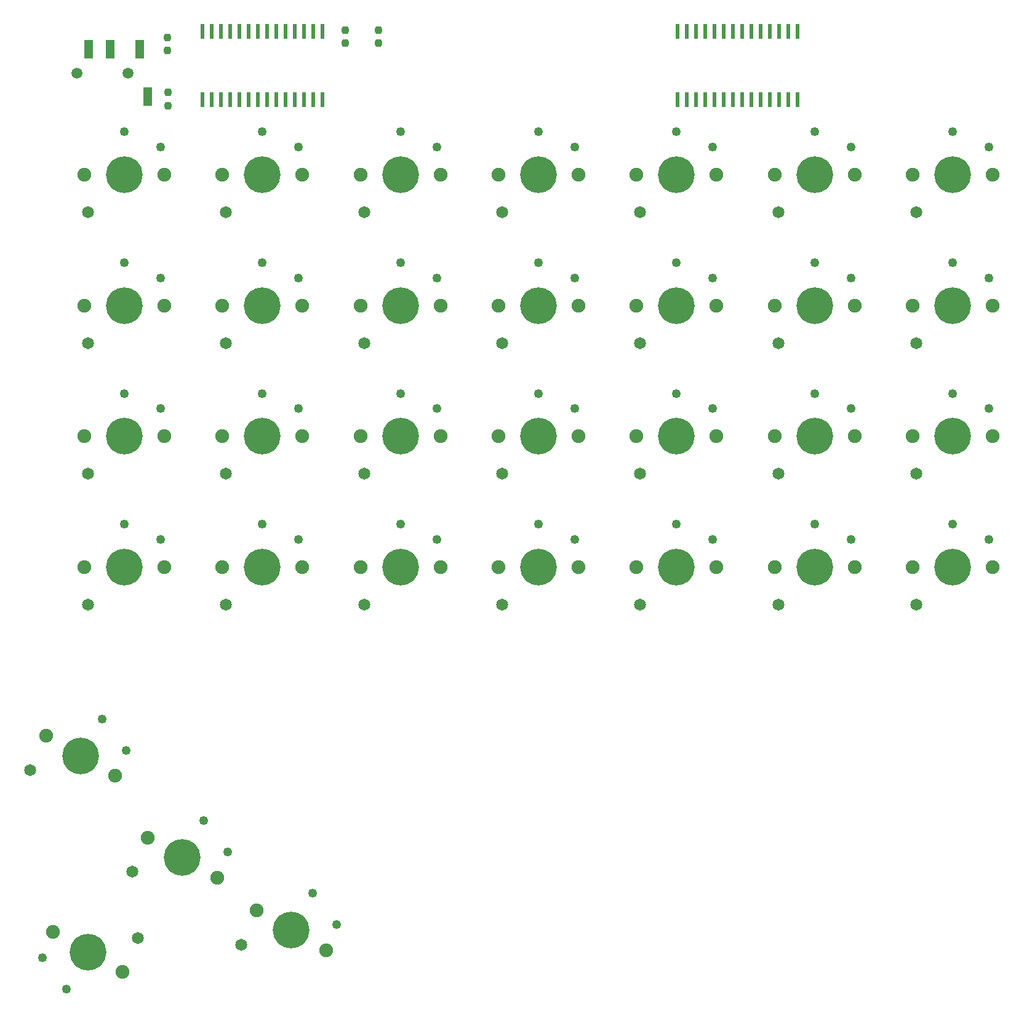
<source format=gbr>
%TF.GenerationSoftware,KiCad,Pcbnew,(6.0.10)*%
%TF.CreationDate,2023-01-22T22:35:48-08:00*%
%TF.ProjectId,keyboard_right,6b657962-6f61-4726-945f-72696768742e,rev?*%
%TF.SameCoordinates,Original*%
%TF.FileFunction,Soldermask,Top*%
%TF.FilePolarity,Negative*%
%FSLAX46Y46*%
G04 Gerber Fmt 4.6, Leading zero omitted, Abs format (unit mm)*
G04 Created by KiCad (PCBNEW (6.0.10)) date 2023-01-22 22:35:48*
%MOMM*%
%LPD*%
G01*
G04 APERTURE LIST*
G04 Aperture macros list*
%AMRoundRect*
0 Rectangle with rounded corners*
0 $1 Rounding radius*
0 $2 $3 $4 $5 $6 $7 $8 $9 X,Y pos of 4 corners*
0 Add a 4 corners polygon primitive as box body*
4,1,4,$2,$3,$4,$5,$6,$7,$8,$9,$2,$3,0*
0 Add four circle primitives for the rounded corners*
1,1,$1+$1,$2,$3*
1,1,$1+$1,$4,$5*
1,1,$1+$1,$6,$7*
1,1,$1+$1,$8,$9*
0 Add four rect primitives between the rounded corners*
20,1,$1+$1,$2,$3,$4,$5,0*
20,1,$1+$1,$4,$5,$6,$7,0*
20,1,$1+$1,$6,$7,$8,$9,0*
20,1,$1+$1,$8,$9,$2,$3,0*%
G04 Aperture macros list end*
%ADD10C,1.900000*%
%ADD11C,1.650000*%
%ADD12C,5.050000*%
%ADD13C,1.250000*%
%ADD14RoundRect,0.237500X-0.237500X0.250000X-0.237500X-0.250000X0.237500X-0.250000X0.237500X0.250000X0*%
%ADD15C,1.500000*%
%ADD16R,1.200000X2.500000*%
%ADD17R,0.600000X2.000000*%
%ADD18RoundRect,0.237500X0.237500X-0.250000X0.237500X0.250000X-0.237500X0.250000X-0.237500X-0.250000X0*%
G04 APERTURE END LIST*
D10*
%TO.C,SW25*%
X83500000Y-55000000D03*
D11*
X84000000Y-60150000D03*
D12*
X89000000Y-55000000D03*
D10*
X94500000Y-55000000D03*
D13*
X94000000Y-51200000D03*
X89000000Y-49100000D03*
%TD*%
%TO.C,SW5*%
X184000000Y-49100000D03*
X189000000Y-51200000D03*
D10*
X178500000Y-55000000D03*
X189500000Y-55000000D03*
D11*
X179000000Y-60150000D03*
D12*
X184000000Y-55000000D03*
%TD*%
D10*
%TO.C,SW12*%
X170500000Y-109000000D03*
D11*
X160000000Y-114150000D03*
D13*
X170000000Y-105200000D03*
D12*
X165000000Y-109000000D03*
D13*
X165000000Y-103100000D03*
D10*
X159500000Y-109000000D03*
%TD*%
D11*
%TO.C,SW6*%
X179000000Y-78150000D03*
D10*
X189500000Y-73000000D03*
D13*
X184000000Y-67100000D03*
D10*
X178500000Y-73000000D03*
D12*
X184000000Y-73000000D03*
D13*
X189000000Y-69200000D03*
%TD*%
%TO.C,SW7*%
X184000000Y-85100000D03*
D10*
X178500000Y-91000000D03*
D12*
X184000000Y-91000000D03*
D13*
X189000000Y-87200000D03*
D10*
X189500000Y-91000000D03*
D11*
X179000000Y-96150000D03*
%TD*%
D12*
%TO.C,SW19*%
X127000000Y-91000000D03*
D13*
X127000000Y-85100000D03*
D10*
X121500000Y-91000000D03*
D11*
X122000000Y-96150000D03*
D10*
X132500000Y-91000000D03*
D13*
X132000000Y-87200000D03*
%TD*%
D14*
%TO.C,R2*%
X94935000Y-36087500D03*
X94935000Y-37912500D03*
%TD*%
D12*
%TO.C,SW3*%
X203000000Y-91000000D03*
D11*
X198000000Y-96150000D03*
D13*
X203000000Y-85100000D03*
D10*
X208500000Y-91000000D03*
X197500000Y-91000000D03*
D13*
X208000000Y-87200000D03*
%TD*%
D11*
%TO.C,SW9*%
X160000000Y-60150000D03*
D10*
X159500000Y-55000000D03*
D13*
X165000000Y-49100000D03*
D10*
X170500000Y-55000000D03*
D12*
X165000000Y-55000000D03*
D13*
X170000000Y-51200000D03*
%TD*%
%TO.C,SW14*%
X151000000Y-69200000D03*
D11*
X141000000Y-78150000D03*
D10*
X140500000Y-73000000D03*
D13*
X146000000Y-67100000D03*
D10*
X151500000Y-73000000D03*
D12*
X146000000Y-73000000D03*
%TD*%
D11*
%TO.C,SW1*%
X198000000Y-60150000D03*
D10*
X208500000Y-55000000D03*
X197500000Y-55000000D03*
D13*
X208000000Y-51200000D03*
D12*
X203000000Y-55000000D03*
D13*
X203000000Y-49100000D03*
%TD*%
%TO.C,SW32*%
X114950000Y-153890450D03*
D10*
X116763140Y-161750000D03*
X107236860Y-156250000D03*
D11*
X105094873Y-160960031D03*
D12*
X112000000Y-159000000D03*
D13*
X118230127Y-158209103D03*
%TD*%
D12*
%TO.C,SW20*%
X127000000Y-109000000D03*
D13*
X132000000Y-105200000D03*
D11*
X122000000Y-114150000D03*
D10*
X132500000Y-109000000D03*
X121500000Y-109000000D03*
D13*
X127000000Y-103100000D03*
%TD*%
D10*
%TO.C,SW29*%
X87763140Y-137750000D03*
D11*
X76094873Y-136960031D03*
D10*
X78236860Y-132250000D03*
D13*
X89230127Y-134209103D03*
D12*
X83000000Y-135000000D03*
D13*
X85950000Y-129890450D03*
%TD*%
%TO.C,SW10*%
X165000000Y-67100000D03*
D11*
X160000000Y-78150000D03*
D13*
X170000000Y-69200000D03*
D10*
X159500000Y-73000000D03*
X170500000Y-73000000D03*
D12*
X165000000Y-73000000D03*
%TD*%
D15*
%TO.C,J1*%
X89495000Y-41000000D03*
X82495000Y-41000000D03*
D16*
X87095000Y-37750000D03*
X84095000Y-37750000D03*
X92195000Y-44250000D03*
X91095000Y-37750000D03*
%TD*%
D13*
%TO.C,SW8*%
X189000000Y-105200000D03*
D11*
X179000000Y-114150000D03*
D13*
X184000000Y-103100000D03*
D10*
X178500000Y-109000000D03*
D12*
X184000000Y-109000000D03*
D10*
X189500000Y-109000000D03*
%TD*%
%TO.C,SW31*%
X101763140Y-151750000D03*
D13*
X103230127Y-148209103D03*
D10*
X92236860Y-146250000D03*
D13*
X99950000Y-143890450D03*
D11*
X90094873Y-150960031D03*
D12*
X97000000Y-149000000D03*
%TD*%
%TO.C,SW15*%
X146000000Y-91000000D03*
D11*
X141000000Y-96150000D03*
D13*
X146000000Y-85100000D03*
D10*
X140500000Y-91000000D03*
X151500000Y-91000000D03*
D13*
X151000000Y-87200000D03*
%TD*%
D10*
%TO.C,SW2*%
X208500000Y-73000000D03*
X197500000Y-73000000D03*
D13*
X203000000Y-67100000D03*
D11*
X198000000Y-78150000D03*
D12*
X203000000Y-73000000D03*
D13*
X208000000Y-69200000D03*
%TD*%
D14*
%TO.C,R3*%
X124000000Y-35087500D03*
X124000000Y-36912500D03*
%TD*%
D17*
%TO.C,U1*%
X165110000Y-44700000D03*
X166380000Y-44700000D03*
X167650000Y-44700000D03*
X168920000Y-44700000D03*
X170190000Y-44700000D03*
X171460000Y-44700000D03*
X172730000Y-44700000D03*
X174000000Y-44700000D03*
X175270000Y-44700000D03*
X176540000Y-44700000D03*
X177810000Y-44700000D03*
X179080000Y-44700000D03*
X180350000Y-44700000D03*
X181620000Y-44700000D03*
X181620000Y-35300000D03*
X180350000Y-35300000D03*
X179080000Y-35300000D03*
X177810000Y-35300000D03*
X176540000Y-35300000D03*
X175270000Y-35300000D03*
X174000000Y-35300000D03*
X172730000Y-35300000D03*
X171460000Y-35300000D03*
X170190000Y-35300000D03*
X168920000Y-35300000D03*
X167650000Y-35300000D03*
X166380000Y-35300000D03*
X165110000Y-35300000D03*
%TD*%
D10*
%TO.C,SW11*%
X159500000Y-91000000D03*
D11*
X160000000Y-96150000D03*
D10*
X170500000Y-91000000D03*
D12*
X165000000Y-91000000D03*
D13*
X165000000Y-85100000D03*
X170000000Y-87200000D03*
%TD*%
D10*
%TO.C,SW30*%
X79236860Y-159250000D03*
D13*
X81050000Y-167109550D03*
X77769873Y-162790897D03*
D12*
X84000000Y-162000000D03*
D11*
X90905127Y-160039969D03*
D10*
X88763140Y-164750000D03*
%TD*%
D14*
%TO.C,R4*%
X119412500Y-35087500D03*
X119412500Y-36912500D03*
%TD*%
D12*
%TO.C,SW22*%
X108000000Y-73000000D03*
D10*
X102500000Y-73000000D03*
D11*
X103000000Y-78150000D03*
D13*
X108000000Y-67100000D03*
D10*
X113500000Y-73000000D03*
D13*
X113000000Y-69200000D03*
%TD*%
D10*
%TO.C,SW4*%
X197500000Y-109000000D03*
D13*
X208000000Y-105200000D03*
D12*
X203000000Y-109000000D03*
D13*
X203000000Y-103100000D03*
D11*
X198000000Y-114150000D03*
D10*
X208500000Y-109000000D03*
%TD*%
D11*
%TO.C,SW21*%
X103000000Y-60150000D03*
D10*
X113500000Y-55000000D03*
D13*
X113000000Y-51200000D03*
D12*
X108000000Y-55000000D03*
D10*
X102500000Y-55000000D03*
D13*
X108000000Y-49100000D03*
%TD*%
D10*
%TO.C,SW17*%
X132500000Y-55000000D03*
X121500000Y-55000000D03*
D13*
X127000000Y-49100000D03*
D12*
X127000000Y-55000000D03*
D11*
X122000000Y-60150000D03*
D13*
X132000000Y-51200000D03*
%TD*%
D12*
%TO.C,SW16*%
X146000000Y-109000000D03*
D10*
X151500000Y-109000000D03*
D11*
X141000000Y-114150000D03*
D13*
X146000000Y-103100000D03*
D10*
X140500000Y-109000000D03*
D13*
X151000000Y-105200000D03*
%TD*%
D18*
%TO.C,R1*%
X95000000Y-45490552D03*
X95000000Y-43665552D03*
%TD*%
D10*
%TO.C,SW26*%
X94500000Y-73000000D03*
X83500000Y-73000000D03*
D13*
X94000000Y-69200000D03*
D12*
X89000000Y-73000000D03*
D11*
X84000000Y-78150000D03*
D13*
X89000000Y-67100000D03*
%TD*%
D17*
%TO.C,U2*%
X99745000Y-44700000D03*
X101015000Y-44700000D03*
X102285000Y-44700000D03*
X103555000Y-44700000D03*
X104825000Y-44700000D03*
X106095000Y-44700000D03*
X107365000Y-44700000D03*
X108635000Y-44700000D03*
X109905000Y-44700000D03*
X111175000Y-44700000D03*
X112445000Y-44700000D03*
X113715000Y-44700000D03*
X114985000Y-44700000D03*
X116255000Y-44700000D03*
X116255000Y-35300000D03*
X114985000Y-35300000D03*
X113715000Y-35300000D03*
X112445000Y-35300000D03*
X111175000Y-35300000D03*
X109905000Y-35300000D03*
X108635000Y-35300000D03*
X107365000Y-35300000D03*
X106095000Y-35300000D03*
X104825000Y-35300000D03*
X103555000Y-35300000D03*
X102285000Y-35300000D03*
X101015000Y-35300000D03*
X99745000Y-35300000D03*
%TD*%
D13*
%TO.C,SW24*%
X113000000Y-105200000D03*
D11*
X103000000Y-114150000D03*
D10*
X102500000Y-109000000D03*
D12*
X108000000Y-109000000D03*
D13*
X108000000Y-103100000D03*
D10*
X113500000Y-109000000D03*
%TD*%
D13*
%TO.C,SW18*%
X127000000Y-67100000D03*
D10*
X132500000Y-73000000D03*
D13*
X132000000Y-69200000D03*
D11*
X122000000Y-78150000D03*
D12*
X127000000Y-73000000D03*
D10*
X121500000Y-73000000D03*
%TD*%
D12*
%TO.C,SW27*%
X89000000Y-91000000D03*
D11*
X84000000Y-96150000D03*
D10*
X94500000Y-91000000D03*
D13*
X94000000Y-87200000D03*
D10*
X83500000Y-91000000D03*
D13*
X89000000Y-85100000D03*
%TD*%
D10*
%TO.C,SW28*%
X94500000Y-109000000D03*
D12*
X89000000Y-109000000D03*
D10*
X83500000Y-109000000D03*
D13*
X89000000Y-103100000D03*
X94000000Y-105200000D03*
D11*
X84000000Y-114150000D03*
%TD*%
%TO.C,SW13*%
X141000000Y-60150000D03*
D12*
X146000000Y-55000000D03*
D10*
X151500000Y-55000000D03*
D13*
X146000000Y-49100000D03*
X151000000Y-51200000D03*
D10*
X140500000Y-55000000D03*
%TD*%
D12*
%TO.C,SW23*%
X108000000Y-91000000D03*
D11*
X103000000Y-96150000D03*
D10*
X102500000Y-91000000D03*
D13*
X108000000Y-85100000D03*
D10*
X113500000Y-91000000D03*
D13*
X113000000Y-87200000D03*
%TD*%
M02*

</source>
